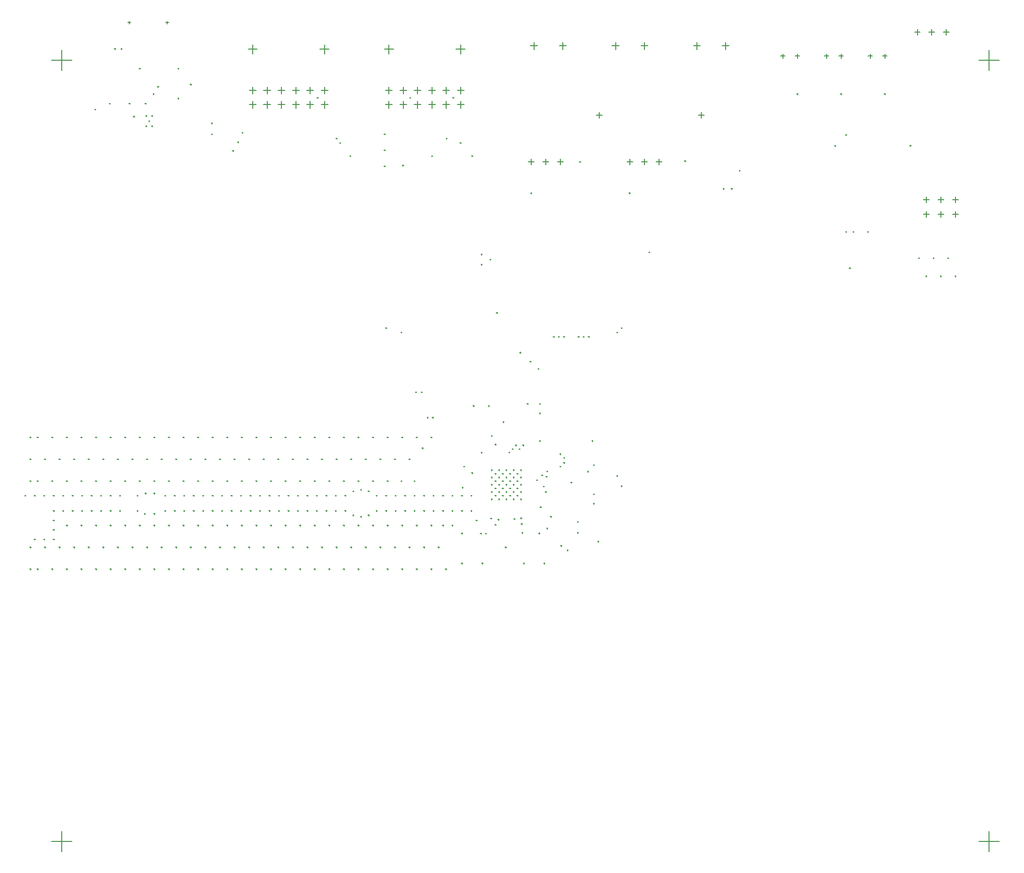
<source format=gbr>
G04*
G04 #@! TF.GenerationSoftware,Altium Limited,Altium Designer,23.2.1 (34)*
G04*
G04 Layer_Color=128*
%FSLAX44Y44*%
%MOMM*%
G71*
G04*
G04 #@! TF.SameCoordinates,B8F3427F-0302-4C4C-BDD2-04FEC27F4463*
G04*
G04*
G04 #@! TF.FilePolarity,Positive*
G04*
G01*
G75*
%ADD15C,0.1270*%
D15*
X947801Y1468120D02*
X959739D01*
X953770Y1462151D02*
Y1474089D01*
X897763Y1468120D02*
X909701D01*
X903732Y1462151D02*
Y1474089D01*
X1090041Y1468120D02*
X1101979D01*
X1096010Y1462151D02*
Y1474089D01*
X1040003Y1468120D02*
X1051941D01*
X1045972Y1462151D02*
Y1474089D01*
X1181481Y1468120D02*
X1193419D01*
X1187450Y1462151D02*
Y1474089D01*
X1231519Y1468120D02*
X1243457D01*
X1237488Y1462151D02*
Y1474089D01*
X768040Y1462450D02*
X784040D01*
X776040Y1454450D02*
Y1470450D01*
X643040Y1462450D02*
X659040D01*
X651040Y1454450D02*
Y1470450D01*
X770040Y1390650D02*
X782040D01*
X776040Y1384650D02*
Y1396650D01*
X745040Y1390650D02*
X757040D01*
X751040Y1384650D02*
Y1396650D01*
X720040Y1390650D02*
X732040D01*
X726040Y1384650D02*
Y1396650D01*
X695040Y1390650D02*
X707040D01*
X701040Y1384650D02*
Y1396650D01*
X670040Y1390650D02*
X682040D01*
X676040Y1384650D02*
Y1396650D01*
X645040Y1390650D02*
X657040D01*
X651040Y1384650D02*
Y1396650D01*
X770040Y1365650D02*
X782040D01*
X776040Y1359650D02*
Y1371650D01*
X745040Y1365650D02*
X757040D01*
X751040Y1359650D02*
Y1371650D01*
X720040Y1365650D02*
X732040D01*
X726040Y1359650D02*
Y1371650D01*
X695040Y1365650D02*
X707040D01*
X701040Y1359650D02*
Y1371650D01*
X670040Y1365650D02*
X682040D01*
X676040Y1359650D02*
Y1371650D01*
X645040Y1365650D02*
X657040D01*
X651040Y1359650D02*
Y1371650D01*
X894160Y1266190D02*
X904160D01*
X899160Y1261190D02*
Y1271190D01*
X919560Y1266190D02*
X929560D01*
X924560Y1261190D02*
Y1271190D01*
X944960Y1266190D02*
X954960D01*
X949960Y1261190D02*
Y1271190D01*
X1582420Y1200150D02*
X1592580D01*
X1587500Y1195070D02*
Y1205230D01*
X1607820Y1200150D02*
X1617980D01*
X1612900Y1195070D02*
Y1205230D01*
X1633220Y1200150D02*
X1643380D01*
X1638300Y1195070D02*
Y1205230D01*
X1633220Y1174750D02*
X1643380D01*
X1638300Y1169670D02*
Y1179830D01*
X1607820Y1174750D02*
X1617980D01*
X1612900Y1169670D02*
Y1179830D01*
X1582420Y1174750D02*
X1592580D01*
X1587500Y1169670D02*
Y1179830D01*
X1485710Y1450340D02*
X1493710D01*
X1489710Y1446340D02*
Y1454340D01*
X1511110Y1450340D02*
X1519110D01*
X1515110Y1446340D02*
Y1454340D01*
X1409510Y1450340D02*
X1417510D01*
X1413510Y1446340D02*
Y1454340D01*
X1434910Y1450340D02*
X1442910D01*
X1438910Y1446340D02*
Y1454340D01*
X1333310Y1450340D02*
X1341310D01*
X1337310Y1446340D02*
Y1454340D01*
X1358710Y1450340D02*
X1366710D01*
X1362710Y1446340D02*
Y1454340D01*
X1616790Y1492250D02*
X1626790D01*
X1621790Y1487250D02*
Y1497250D01*
X1591790Y1492250D02*
X1601790D01*
X1596790Y1487250D02*
Y1497250D01*
X1566790Y1492250D02*
X1576790D01*
X1571790Y1487250D02*
Y1497250D01*
X1116410Y1266190D02*
X1126410D01*
X1121410Y1261190D02*
Y1271190D01*
X1091010Y1266190D02*
X1101010D01*
X1096010Y1261190D02*
Y1271190D01*
X1065610Y1266190D02*
X1075610D01*
X1070610Y1261190D02*
Y1271190D01*
X1012270Y1347470D02*
X1022270D01*
X1017270Y1342470D02*
Y1352470D01*
X1190070Y1347470D02*
X1200070D01*
X1195070Y1342470D02*
Y1352470D01*
X407950Y1365650D02*
X419950D01*
X413950Y1359650D02*
Y1371650D01*
X432950Y1365650D02*
X444950D01*
X438950Y1359650D02*
Y1371650D01*
X457950Y1365650D02*
X469950D01*
X463950Y1359650D02*
Y1371650D01*
X482950Y1365650D02*
X494950D01*
X488950Y1359650D02*
Y1371650D01*
X507950Y1365650D02*
X519950D01*
X513950Y1359650D02*
Y1371650D01*
X532950Y1365650D02*
X544950D01*
X538950Y1359650D02*
Y1371650D01*
X407950Y1390650D02*
X419950D01*
X413950Y1384650D02*
Y1396650D01*
X432950Y1390650D02*
X444950D01*
X438950Y1384650D02*
Y1396650D01*
X457950Y1390650D02*
X469950D01*
X463950Y1384650D02*
Y1396650D01*
X482950Y1390650D02*
X494950D01*
X488950Y1384650D02*
Y1396650D01*
X507950Y1390650D02*
X519950D01*
X513950Y1384650D02*
Y1396650D01*
X532950Y1390650D02*
X544950D01*
X538950Y1384650D02*
Y1396650D01*
X405950Y1462450D02*
X421950D01*
X413950Y1454450D02*
Y1470450D01*
X530950Y1462450D02*
X546950D01*
X538950Y1454450D02*
Y1470450D01*
X196210Y1508760D02*
X201210D01*
X198710Y1506260D02*
Y1511260D01*
X262210Y1508760D02*
X267210D01*
X264710Y1506260D02*
Y1511260D01*
X1678940Y81280D02*
X1714500D01*
X1696720Y63500D02*
Y99060D01*
X1678940Y1442720D02*
X1714500D01*
X1696720Y1424940D02*
Y1460500D01*
X63500Y1442720D02*
X99060D01*
X81280Y1424940D02*
Y1460500D01*
X63500Y81280D02*
X99060D01*
X81280Y63500D02*
Y99060D01*
X924814Y717550D02*
X926846D01*
X925830Y716534D02*
Y718566D01*
X260604Y684530D02*
X262636D01*
X261620Y683514D02*
Y685546D01*
X33274Y608330D02*
X35306D01*
X34290Y607314D02*
Y609346D01*
X25654Y709930D02*
X27686D01*
X26670Y708914D02*
Y710946D01*
X25654Y786130D02*
X27686D01*
X26670Y785114D02*
Y787146D01*
X781304Y735330D02*
X783336D01*
X782320Y734314D02*
Y736346D01*
X1261364Y1250950D02*
X1263396D01*
X1262380Y1249934D02*
Y1251966D01*
X1233424Y1219200D02*
X1235456D01*
X1234440Y1218184D02*
Y1220216D01*
X1247394Y1219200D02*
X1249426D01*
X1248410Y1218184D02*
Y1220216D01*
X49784Y608330D02*
X51816D01*
X50800Y607314D02*
Y609346D01*
X66294Y608330D02*
X68326D01*
X67310Y607314D02*
Y609346D01*
X66294Y624840D02*
X68326D01*
X67310Y623824D02*
Y625856D01*
X181864Y684530D02*
X183896D01*
X182880Y683514D02*
Y685546D01*
X181864Y657860D02*
X183896D01*
X182880Y656844D02*
Y658876D01*
X165354Y684530D02*
X167386D01*
X166370Y683514D02*
Y685546D01*
X165354Y657860D02*
X167386D01*
X166370Y656844D02*
Y658876D01*
X16764Y684530D02*
X18796D01*
X17780Y683514D02*
Y685546D01*
X82804Y657860D02*
X84836D01*
X83820Y656844D02*
Y658876D01*
X82804Y684530D02*
X84836D01*
X83820Y683514D02*
Y685546D01*
X66294Y684530D02*
X68326D01*
X67310Y683514D02*
Y685546D01*
X66294Y657860D02*
X68326D01*
X67310Y656844D02*
Y658876D01*
X33274Y684530D02*
X35306D01*
X34290Y683514D02*
Y685546D01*
X49784Y684530D02*
X51816D01*
X50800Y683514D02*
Y685546D01*
X115824Y657860D02*
X117856D01*
X116840Y656844D02*
Y658876D01*
X115824Y684530D02*
X117856D01*
X116840Y683514D02*
Y685546D01*
X99314Y684530D02*
X101346D01*
X100330Y683514D02*
Y685546D01*
X99314Y657860D02*
X101346D01*
X100330Y656844D02*
Y658876D01*
X132334Y657860D02*
X134366D01*
X133350Y656844D02*
Y658876D01*
X132334Y684530D02*
X134366D01*
X133350Y683514D02*
Y685546D01*
X148844Y684530D02*
X150876D01*
X149860Y683514D02*
Y685546D01*
X148844Y657860D02*
X150876D01*
X149860Y656844D02*
Y658876D01*
X708914Y767080D02*
X710946D01*
X709930Y766064D02*
Y768096D01*
X698754Y786130D02*
X700786D01*
X699770Y785114D02*
Y787146D01*
X724154Y786130D02*
X726186D01*
X725170Y785114D02*
Y787146D01*
X749554Y556260D02*
X751586D01*
X750570Y555244D02*
Y557276D01*
X25654Y556260D02*
X27686D01*
X26670Y555244D02*
Y557276D01*
X25654Y594360D02*
X27686D01*
X26670Y593344D02*
Y595376D01*
X38354Y709930D02*
X40386D01*
X39370Y708914D02*
Y710946D01*
X63754Y709930D02*
X65786D01*
X64770Y708914D02*
Y710946D01*
X89154Y709930D02*
X91186D01*
X90170Y708914D02*
Y710946D01*
X165354Y709930D02*
X167386D01*
X166370Y708914D02*
Y710946D01*
X114554Y709930D02*
X116586D01*
X115570Y708914D02*
Y710946D01*
X139954Y709930D02*
X141986D01*
X140970Y708914D02*
Y710946D01*
X647954Y556260D02*
X649986D01*
X648970Y555244D02*
Y557276D01*
X698754Y556260D02*
X700786D01*
X699770Y555244D02*
Y557276D01*
X673354Y556260D02*
X675386D01*
X674370Y555244D02*
Y557276D01*
X571754Y556260D02*
X573786D01*
X572770Y555244D02*
Y557276D01*
X597154Y556260D02*
X599186D01*
X598170Y555244D02*
Y557276D01*
X622554Y556260D02*
X624586D01*
X623570Y555244D02*
Y557276D01*
X546354Y556260D02*
X548386D01*
X547370Y555244D02*
Y557276D01*
X520954Y556260D02*
X522986D01*
X521970Y555244D02*
Y557276D01*
X114554Y556260D02*
X116586D01*
X115570Y555244D02*
Y557276D01*
X89154Y556260D02*
X91186D01*
X90170Y555244D02*
Y557276D01*
X63754Y556260D02*
X65786D01*
X64770Y555244D02*
Y557276D01*
X38354Y556260D02*
X40386D01*
X39370Y555244D02*
Y557276D01*
X139954Y556260D02*
X141986D01*
X140970Y555244D02*
Y557276D01*
X444754Y556260D02*
X446786D01*
X445770Y555244D02*
Y557276D01*
X419354Y556260D02*
X421386D01*
X420370Y555244D02*
Y557276D01*
X470154Y556260D02*
X472186D01*
X471170Y555244D02*
Y557276D01*
X495554Y556260D02*
X497586D01*
X496570Y555244D02*
Y557276D01*
X393954Y556260D02*
X395986D01*
X394970Y555244D02*
Y557276D01*
X368554Y556260D02*
X370586D01*
X369570Y555244D02*
Y557276D01*
X343154Y556260D02*
X345186D01*
X344170Y555244D02*
Y557276D01*
X317754Y556260D02*
X319786D01*
X318770Y555244D02*
Y557276D01*
X266954Y556260D02*
X268986D01*
X267970Y555244D02*
Y557276D01*
X241554Y556260D02*
X243586D01*
X242570Y555244D02*
Y557276D01*
X190754Y556260D02*
X192786D01*
X191770Y555244D02*
Y557276D01*
X216154Y556260D02*
X218186D01*
X217170Y555244D02*
Y557276D01*
X165354Y556260D02*
X167386D01*
X166370Y555244D02*
Y557276D01*
X292354Y556260D02*
X294386D01*
X293370Y555244D02*
Y557276D01*
X165354Y632460D02*
X167386D01*
X166370Y631444D02*
Y633476D01*
X139954Y632460D02*
X141986D01*
X140970Y631444D02*
Y633476D01*
X114554Y632460D02*
X116586D01*
X115570Y631444D02*
Y633476D01*
X89154Y632460D02*
X91186D01*
X90170Y631444D02*
Y633476D01*
X66294Y641350D02*
X68326D01*
X67310Y640334D02*
Y642366D01*
X101854Y594360D02*
X103886D01*
X102870Y593344D02*
Y595376D01*
X76454Y594360D02*
X78486D01*
X77470Y593344D02*
Y595376D01*
X51054Y594360D02*
X53086D01*
X52070Y593344D02*
Y595376D01*
X178054Y594360D02*
X180086D01*
X179070Y593344D02*
Y595376D01*
X152654Y594360D02*
X154686D01*
X153670Y593344D02*
Y595376D01*
X127254Y594360D02*
X129286D01*
X128270Y593344D02*
Y595376D01*
X760984Y632460D02*
X763016D01*
X762000Y631444D02*
Y633476D01*
X744474Y632460D02*
X746506D01*
X745490Y631444D02*
Y633476D01*
X419354Y632460D02*
X421386D01*
X420370Y631444D02*
Y633476D01*
X444754Y632460D02*
X446786D01*
X445770Y631444D02*
Y633476D01*
X470154Y632460D02*
X472186D01*
X471170Y631444D02*
Y633476D01*
X495554Y632460D02*
X497586D01*
X496570Y631444D02*
Y633476D01*
X190754Y632460D02*
X192786D01*
X191770Y631444D02*
Y633476D01*
X216154Y632460D02*
X218186D01*
X217170Y631444D02*
Y633476D01*
X241554Y632460D02*
X243586D01*
X242570Y631444D02*
Y633476D01*
X266954Y632460D02*
X268986D01*
X267970Y631444D02*
Y633476D01*
X292354Y632460D02*
X294386D01*
X293370Y631444D02*
Y633476D01*
X393954Y632460D02*
X395986D01*
X394970Y631444D02*
Y633476D01*
X368554Y632460D02*
X370586D01*
X369570Y631444D02*
Y633476D01*
X317754Y632460D02*
X319786D01*
X318770Y631444D02*
Y633476D01*
X343154Y632460D02*
X345186D01*
X344170Y631444D02*
Y633476D01*
X520954Y632460D02*
X522986D01*
X521970Y631444D02*
Y633476D01*
X546354Y632460D02*
X548386D01*
X547370Y631444D02*
Y633476D01*
X622554Y632460D02*
X624586D01*
X623570Y631444D02*
Y633476D01*
X571754Y632460D02*
X573786D01*
X572770Y631444D02*
Y633476D01*
X597154Y632460D02*
X599186D01*
X598170Y631444D02*
Y633476D01*
X724154Y632460D02*
X726186D01*
X725170Y631444D02*
Y633476D01*
X647954Y632460D02*
X649986D01*
X648970Y631444D02*
Y633476D01*
X698754Y632460D02*
X700786D01*
X699770Y631444D02*
Y633476D01*
X673354Y632460D02*
X675386D01*
X674370Y631444D02*
Y633476D01*
X777494Y657860D02*
X779526D01*
X778510Y656844D02*
Y658876D01*
X777494Y684530D02*
X779526D01*
X778510Y683514D02*
Y685546D01*
X240284Y1384300D02*
X242316D01*
X241300Y1383284D02*
Y1385316D01*
X853694Y594360D02*
X855726D01*
X854710Y593344D02*
Y595376D01*
X882904Y619760D02*
X884936D01*
X883920Y618744D02*
Y620776D01*
X184404Y1463040D02*
X186436D01*
X185420Y1462024D02*
Y1464056D01*
X172974Y1463040D02*
X175006D01*
X173990Y1462024D02*
Y1464056D01*
X642874Y1258570D02*
X644906D01*
X643890Y1257554D02*
Y1259586D01*
X642874Y1314450D02*
X644906D01*
X643890Y1313434D02*
Y1315466D01*
X642874Y1286510D02*
X644906D01*
X643890Y1285494D02*
Y1287526D01*
X1514094Y1384300D02*
X1516126D01*
X1515110Y1383284D02*
Y1385316D01*
X1437894Y1384300D02*
X1439926D01*
X1438910Y1383284D02*
Y1385316D01*
X1361694Y1384300D02*
X1363726D01*
X1362710Y1383284D02*
Y1385316D01*
X1166114Y1267460D02*
X1168146D01*
X1167130Y1266444D02*
Y1268476D01*
X983234Y1266190D02*
X985266D01*
X984250Y1265174D02*
Y1267206D01*
X762254Y1377950D02*
X764286D01*
X763270Y1376934D02*
Y1378966D01*
X687324Y1377950D02*
X689356D01*
X688340Y1376934D02*
Y1378966D01*
X526018Y1378069D02*
X528050D01*
X527034Y1377053D02*
Y1379085D01*
X232664Y1337310D02*
X234696D01*
X233680Y1336294D02*
Y1338326D01*
X227584Y1328420D02*
X229616D01*
X228600Y1327404D02*
Y1329436D01*
X237744Y1346200D02*
X239776D01*
X238760Y1345184D02*
Y1347216D01*
X341884Y1314450D02*
X343916D01*
X342900Y1313434D02*
Y1315466D01*
X341884Y1333500D02*
X343916D01*
X342900Y1332484D02*
Y1334516D01*
X283464Y1428750D02*
X285496D01*
X284480Y1427734D02*
Y1429766D01*
X216154Y1428750D02*
X218186D01*
X217170Y1427734D02*
Y1429766D01*
X1637284Y1066800D02*
X1639316D01*
X1638300Y1065784D02*
Y1067816D01*
X1611884Y1066800D02*
X1613916D01*
X1612900Y1065784D02*
Y1067816D01*
X1586484Y1066800D02*
X1588516D01*
X1587500Y1065784D02*
Y1067816D01*
X1446784Y1313180D02*
X1448816D01*
X1447800Y1312164D02*
Y1314196D01*
X1427734Y1294130D02*
X1429766D01*
X1428750Y1293114D02*
Y1295146D01*
X1484884Y1144270D02*
X1486916D01*
X1485900Y1143254D02*
Y1145286D01*
X1459484Y1144270D02*
X1461516D01*
X1460500Y1143254D02*
Y1145286D01*
X1446784Y1144270D02*
X1448816D01*
X1447800Y1143254D02*
Y1145286D01*
X921004Y566420D02*
X923036D01*
X922020Y565404D02*
Y567436D01*
X885444Y566420D02*
X887476D01*
X886460Y565404D02*
Y567436D01*
X813054Y566420D02*
X815086D01*
X814070Y565404D02*
Y567436D01*
X777494Y566420D02*
X779526D01*
X778510Y565404D02*
Y567436D01*
X979424Y638810D02*
X981456D01*
X980440Y637794D02*
Y639826D01*
X926084Y627380D02*
X928116D01*
X927100Y626364D02*
Y628396D01*
X950214Y596900D02*
X952246D01*
X951230Y595884D02*
Y597916D01*
X1007364Y737870D02*
X1009396D01*
X1008380Y736854D02*
Y738886D01*
X967994Y707390D02*
X970026D01*
X969010Y706374D02*
Y708406D01*
X1007364Y687070D02*
X1009396D01*
X1008380Y686054D02*
Y688086D01*
X1007364Y670560D02*
X1009396D01*
X1008380Y669544D02*
Y671576D01*
X913384Y844550D02*
X915416D01*
X914400Y843534D02*
Y845566D01*
X891794Y844550D02*
X893826D01*
X892810Y843534D02*
Y845566D01*
X913384Y828040D02*
X915416D01*
X914400Y827024D02*
Y829056D01*
X849884Y812800D02*
X851916D01*
X850900Y811784D02*
Y813816D01*
X829564Y788670D02*
X831596D01*
X830580Y787654D02*
Y789686D01*
X824484Y840740D02*
X826516D01*
X825500Y839724D02*
Y841756D01*
X797814Y840740D02*
X799846D01*
X798830Y839724D02*
Y841756D01*
X910844Y905510D02*
X912876D01*
X911860Y904494D02*
Y906526D01*
X896874Y918210D02*
X898906D01*
X897890Y917194D02*
Y919226D01*
X25654Y748030D02*
X27686D01*
X26670Y747014D02*
Y749046D01*
X717804Y820420D02*
X719836D01*
X718820Y819404D02*
Y821436D01*
X101854Y748030D02*
X103886D01*
X102870Y747014D02*
Y749046D01*
X127254Y748030D02*
X129286D01*
X128270Y747014D02*
Y749046D01*
X76454Y748030D02*
X78486D01*
X77470Y747014D02*
Y749046D01*
X51054Y748030D02*
X53086D01*
X52070Y747014D02*
Y749046D01*
X178054Y748030D02*
X180086D01*
X179070Y747014D02*
Y749046D01*
X152654Y748030D02*
X154686D01*
X153670Y747014D02*
Y749046D01*
X694944Y709930D02*
X696976D01*
X695960Y708914D02*
Y710946D01*
X190754Y709930D02*
X192786D01*
X191770Y708914D02*
Y710946D01*
X470154Y709930D02*
X472186D01*
X471170Y708914D02*
Y710946D01*
X495554Y709930D02*
X497586D01*
X496570Y708914D02*
Y710946D01*
X444754Y709930D02*
X446786D01*
X445770Y708914D02*
Y710946D01*
X419354Y709930D02*
X421386D01*
X420370Y708914D02*
Y710946D01*
X546354Y709930D02*
X548386D01*
X547370Y708914D02*
Y710946D01*
X520954Y709930D02*
X522986D01*
X521970Y708914D02*
Y710946D01*
X317754Y709930D02*
X319786D01*
X318770Y708914D02*
Y710946D01*
X292354Y709930D02*
X294386D01*
X293370Y708914D02*
Y710946D01*
X343154Y709930D02*
X345186D01*
X344170Y708914D02*
Y710946D01*
X368554Y709930D02*
X370586D01*
X369570Y708914D02*
Y710946D01*
X393954Y709930D02*
X395986D01*
X394970Y708914D02*
Y710946D01*
X266954Y709930D02*
X268986D01*
X267970Y708914D02*
Y710946D01*
X241554Y709930D02*
X243586D01*
X242570Y708914D02*
Y710946D01*
X216154Y709930D02*
X218186D01*
X217170Y708914D02*
Y710946D01*
X622554Y709930D02*
X624586D01*
X623570Y708914D02*
Y710946D01*
X597154Y709930D02*
X599186D01*
X598170Y708914D02*
Y710946D01*
X571754Y709930D02*
X573786D01*
X572770Y708914D02*
Y710946D01*
X647954Y709930D02*
X649986D01*
X648970Y708914D02*
Y710946D01*
X673354Y786130D02*
X675386D01*
X674370Y785114D02*
Y787146D01*
X647954Y786130D02*
X649986D01*
X648970Y785114D02*
Y787146D01*
X571754Y786130D02*
X573786D01*
X572770Y785114D02*
Y787146D01*
X597154Y786130D02*
X599186D01*
X598170Y785114D02*
Y787146D01*
X622554Y786130D02*
X624586D01*
X623570Y785114D02*
Y787146D01*
X216154Y786130D02*
X218186D01*
X217170Y785114D02*
Y787146D01*
X241554Y786130D02*
X243586D01*
X242570Y785114D02*
Y787146D01*
X266954Y786130D02*
X268986D01*
X267970Y785114D02*
Y787146D01*
X393954Y786130D02*
X395986D01*
X394970Y785114D02*
Y787146D01*
X368554Y786130D02*
X370586D01*
X369570Y785114D02*
Y787146D01*
X343154Y786130D02*
X345186D01*
X344170Y785114D02*
Y787146D01*
X292354Y786130D02*
X294386D01*
X293370Y785114D02*
Y787146D01*
X317754Y786130D02*
X319786D01*
X318770Y785114D02*
Y787146D01*
X520954Y786130D02*
X522986D01*
X521970Y785114D02*
Y787146D01*
X546354Y786130D02*
X548386D01*
X547370Y785114D02*
Y787146D01*
X419354Y786130D02*
X421386D01*
X420370Y785114D02*
Y787146D01*
X444754Y786130D02*
X446786D01*
X445770Y785114D02*
Y787146D01*
X495554Y786130D02*
X497586D01*
X496570Y785114D02*
Y787146D01*
X470154Y786130D02*
X472186D01*
X471170Y785114D02*
Y787146D01*
X190754Y786130D02*
X192786D01*
X191770Y785114D02*
Y787146D01*
X165354Y786130D02*
X167386D01*
X166370Y785114D02*
Y787146D01*
X38354Y786130D02*
X40386D01*
X39370Y785114D02*
Y787146D01*
X139954Y786130D02*
X141986D01*
X140970Y785114D02*
Y787146D01*
X63754Y786130D02*
X65786D01*
X64770Y785114D02*
Y787146D01*
X89154Y786130D02*
X91186D01*
X90170Y785114D02*
Y787146D01*
X114554Y786130D02*
X116586D01*
X115570Y785114D02*
Y787146D01*
X778764Y698500D02*
X780796D01*
X779780Y697484D02*
Y699516D01*
X724154Y556260D02*
X726186D01*
X725170Y555244D02*
Y557276D01*
X997204Y726440D02*
X999236D01*
X998220Y725424D02*
Y727456D01*
X138684Y1357630D02*
X140716D01*
X139700Y1356614D02*
Y1358646D01*
X164084Y1367790D02*
X166116D01*
X165100Y1366774D02*
Y1368806D01*
X203454Y748030D02*
X205486D01*
X204470Y747014D02*
Y749046D01*
X228854Y748030D02*
X230886D01*
X229870Y747014D02*
Y749046D01*
X203454Y594360D02*
X205486D01*
X204470Y593344D02*
Y595376D01*
X228854Y594360D02*
X230886D01*
X229870Y593344D02*
Y595376D01*
X254254Y748030D02*
X256286D01*
X255270Y747014D02*
Y749046D01*
X279654Y748030D02*
X281686D01*
X280670Y747014D02*
Y749046D01*
X330454Y748030D02*
X332486D01*
X331470Y747014D02*
Y749046D01*
X305054Y748030D02*
X307086D01*
X306070Y747014D02*
Y749046D01*
X406654Y748030D02*
X408686D01*
X407670Y747014D02*
Y749046D01*
X432054Y748030D02*
X434086D01*
X433070Y747014D02*
Y749046D01*
X381254Y748030D02*
X383286D01*
X382270Y747014D02*
Y749046D01*
X355854Y748030D02*
X357886D01*
X356870Y747014D02*
Y749046D01*
X508254Y748030D02*
X510286D01*
X509270Y747014D02*
Y749046D01*
X533654Y748030D02*
X535686D01*
X534670Y747014D02*
Y749046D01*
X482854Y748030D02*
X484886D01*
X483870Y747014D02*
Y749046D01*
X457454Y748030D02*
X459486D01*
X458470Y747014D02*
Y749046D01*
X609854Y748030D02*
X611886D01*
X610870Y747014D02*
Y749046D01*
X635254Y748030D02*
X637286D01*
X636270Y747014D02*
Y749046D01*
X584454Y748030D02*
X586486D01*
X585470Y747014D02*
Y749046D01*
X559054Y748030D02*
X561086D01*
X560070Y747014D02*
Y749046D01*
X672084Y709930D02*
X674116D01*
X673100Y708914D02*
Y710946D01*
X686054Y748030D02*
X688086D01*
X687070Y747014D02*
Y749046D01*
X660654Y748030D02*
X662686D01*
X661670Y747014D02*
Y749046D01*
X660654Y594360D02*
X662686D01*
X661670Y593344D02*
Y595376D01*
X686054Y594360D02*
X688086D01*
X687070Y593344D02*
Y595376D01*
X736854Y594360D02*
X738886D01*
X737870Y593344D02*
Y595376D01*
X711454Y594360D02*
X713486D01*
X712470Y593344D02*
Y595376D01*
X559054Y594360D02*
X561086D01*
X560070Y593344D02*
Y595376D01*
X584454Y594360D02*
X586486D01*
X585470Y593344D02*
Y595376D01*
X635254Y594360D02*
X637286D01*
X636270Y593344D02*
Y595376D01*
X609854Y594360D02*
X611886D01*
X610870Y593344D02*
Y595376D01*
X457454Y594360D02*
X459486D01*
X458470Y593344D02*
Y595376D01*
X482854Y594360D02*
X484886D01*
X483870Y593344D02*
Y595376D01*
X533654Y594360D02*
X535686D01*
X534670Y593344D02*
Y595376D01*
X508254Y594360D02*
X510286D01*
X509270Y593344D02*
Y595376D01*
X355854Y594360D02*
X357886D01*
X356870Y593344D02*
Y595376D01*
X381254Y594360D02*
X383286D01*
X382270Y593344D02*
Y595376D01*
X432054Y594360D02*
X434086D01*
X433070Y593344D02*
Y595376D01*
X406654Y594360D02*
X408686D01*
X407670Y593344D02*
Y595376D01*
X305054Y594360D02*
X307086D01*
X306070Y593344D02*
Y595376D01*
X330454Y594360D02*
X332486D01*
X331470Y593344D02*
Y595376D01*
X279654Y594360D02*
X281686D01*
X280670Y593344D02*
Y595376D01*
X254254Y594360D02*
X256286D01*
X255270Y593344D02*
Y595376D01*
X226314Y688340D02*
X228346D01*
X227330Y687324D02*
Y689356D01*
X241554Y688340D02*
X243586D01*
X242570Y687324D02*
Y689356D01*
X241554Y652780D02*
X243586D01*
X242570Y651764D02*
Y653796D01*
X225044Y652780D02*
X227076D01*
X226060Y651764D02*
Y653796D01*
X212344Y657860D02*
X214376D01*
X213360Y656844D02*
Y658876D01*
X212344Y684530D02*
X214376D01*
X213360Y683514D02*
Y685546D01*
X392684Y657860D02*
X394716D01*
X393700Y656844D02*
Y658876D01*
X392684Y684530D02*
X394716D01*
X393700Y683514D02*
Y685546D01*
X376174Y684530D02*
X378206D01*
X377190Y683514D02*
Y685546D01*
X376174Y657860D02*
X378206D01*
X377190Y656844D02*
Y658876D01*
X343154Y657860D02*
X345186D01*
X344170Y656844D02*
Y658876D01*
X343154Y684530D02*
X345186D01*
X344170Y683514D02*
Y685546D01*
X359664Y684530D02*
X361696D01*
X360680Y683514D02*
Y685546D01*
X359664Y657860D02*
X361696D01*
X360680Y656844D02*
Y658876D01*
X293624Y657860D02*
X295656D01*
X294640Y656844D02*
Y658876D01*
X293624Y684530D02*
X295656D01*
X294640Y683514D02*
Y685546D01*
X277114Y684530D02*
X279146D01*
X278130Y683514D02*
Y685546D01*
X277114Y657860D02*
X279146D01*
X278130Y656844D02*
Y658876D01*
X310134Y657860D02*
X312166D01*
X311150Y656844D02*
Y658876D01*
X310134Y684530D02*
X312166D01*
X311150Y683514D02*
Y685546D01*
X326644Y684530D02*
X328676D01*
X327660Y683514D02*
Y685546D01*
X326644Y657860D02*
X328676D01*
X327660Y656844D02*
Y658876D01*
X260604Y657860D02*
X262636D01*
X261620Y656844D02*
Y658876D01*
X574294Y657860D02*
X576326D01*
X575310Y656844D02*
Y658876D01*
X574294Y684530D02*
X576326D01*
X575310Y683514D02*
Y685546D01*
X557784Y684530D02*
X559816D01*
X558800Y683514D02*
Y685546D01*
X557784Y657860D02*
X559816D01*
X558800Y656844D02*
Y658876D01*
X524764Y657860D02*
X526796D01*
X525780Y656844D02*
Y658876D01*
X524764Y684530D02*
X526796D01*
X525780Y683514D02*
Y685546D01*
X541274Y684530D02*
X543306D01*
X542290Y683514D02*
Y685546D01*
X541274Y657860D02*
X543306D01*
X542290Y656844D02*
Y658876D01*
X475234Y657860D02*
X477266D01*
X476250Y656844D02*
Y658876D01*
X475234Y684530D02*
X477266D01*
X476250Y683514D02*
Y685546D01*
X458724Y684530D02*
X460756D01*
X459740Y683514D02*
Y685546D01*
X458724Y657860D02*
X460756D01*
X459740Y656844D02*
Y658876D01*
X491744Y657860D02*
X493776D01*
X492760Y656844D02*
Y658876D01*
X491744Y684530D02*
X493776D01*
X492760Y683514D02*
Y685546D01*
X508254Y684530D02*
X510286D01*
X509270Y683514D02*
Y685546D01*
X508254Y657860D02*
X510286D01*
X509270Y656844D02*
Y658876D01*
X409194Y657860D02*
X411226D01*
X410210Y656844D02*
Y658876D01*
X409194Y684530D02*
X411226D01*
X410210Y683514D02*
Y685546D01*
X425704Y657860D02*
X427736D01*
X426720Y656844D02*
Y658876D01*
X425704Y684530D02*
X427736D01*
X426720Y683514D02*
Y685546D01*
X442214Y684530D02*
X444246D01*
X443230Y683514D02*
Y685546D01*
X442214Y657860D02*
X444246D01*
X443230Y656844D02*
Y658876D01*
X661924Y657860D02*
X663956D01*
X662940Y656844D02*
Y658876D01*
X661924Y684530D02*
X663956D01*
X662940Y683514D02*
Y685546D01*
X645414Y684530D02*
X647446D01*
X646430Y683514D02*
Y685546D01*
X645414Y657860D02*
X647446D01*
X646430Y656844D02*
Y658876D01*
X628904Y684530D02*
X630936D01*
X629920Y683514D02*
Y685546D01*
X628904Y657860D02*
X630936D01*
X629920Y656844D02*
Y658876D01*
X727964Y657860D02*
X729996D01*
X728980Y656844D02*
Y658876D01*
X727964Y684530D02*
X729996D01*
X728980Y683514D02*
Y685546D01*
X711454Y684530D02*
X713486D01*
X712470Y683514D02*
Y685546D01*
X711454Y657860D02*
X713486D01*
X712470Y656844D02*
Y658876D01*
X678434Y657860D02*
X680466D01*
X679450Y656844D02*
Y658876D01*
X678434Y684530D02*
X680466D01*
X679450Y683514D02*
Y685546D01*
X694944Y684530D02*
X696976D01*
X695960Y683514D02*
Y685546D01*
X694944Y657860D02*
X696976D01*
X695960Y656844D02*
Y658876D01*
X760984Y657860D02*
X763016D01*
X762000Y656844D02*
Y658876D01*
X760984Y684530D02*
X763016D01*
X762000Y683514D02*
Y685546D01*
X744474Y684530D02*
X746506D01*
X745490Y683514D02*
Y685546D01*
X744474Y657860D02*
X746506D01*
X745490Y656844D02*
Y658876D01*
X794004Y684530D02*
X796036D01*
X795020Y683514D02*
Y685546D01*
X794004Y657860D02*
X796036D01*
X795020Y656844D02*
Y658876D01*
X802894Y641350D02*
X804926D01*
X803910Y640334D02*
Y642366D01*
X614934Y691896D02*
X616966D01*
X615950Y690880D02*
Y692912D01*
X601524Y694436D02*
X603556D01*
X602540Y693420D02*
Y695452D01*
X614934Y650240D02*
X616966D01*
X615950Y649224D02*
Y651256D01*
X601524Y647700D02*
X603556D01*
X602540Y646684D02*
Y648716D01*
X588264Y691896D02*
X590296D01*
X589280Y690880D02*
Y692912D01*
X588264Y650240D02*
X590296D01*
X589280Y649224D02*
Y651256D01*
X1004824Y779780D02*
X1006856D01*
X1005840Y778764D02*
Y780796D01*
X932434Y647700D02*
X934466D01*
X933450Y646684D02*
Y648716D01*
X914654Y664464D02*
X916686D01*
X915670Y663448D02*
Y665480D01*
X913384Y779780D02*
X915416D01*
X914400Y778764D02*
Y780796D01*
X880110Y645160D02*
X882650D01*
X881380Y643890D02*
Y646430D01*
X881634Y635000D02*
X883666D01*
X882650Y633984D02*
Y636016D01*
X868934Y643890D02*
X870966D01*
X869950Y642874D02*
Y644906D01*
X1055624Y701040D02*
X1057656D01*
X1056640Y700024D02*
Y702056D01*
X1103884Y1108710D02*
X1105916D01*
X1104900Y1107694D02*
Y1109726D01*
X979424Y619760D02*
X981456D01*
X980440Y618744D02*
Y620776D01*
X961644Y589280D02*
X963676D01*
X962660Y588264D02*
Y590296D01*
X1014984Y604520D02*
X1017016D01*
X1016000Y603504D02*
Y605536D01*
X835918Y633734D02*
X837950D01*
X836934Y632718D02*
Y634750D01*
X840994Y642620D02*
X843026D01*
X842010Y641604D02*
Y643636D01*
X911860Y618490D02*
X914400D01*
X913130Y617220D02*
Y619760D01*
X205740Y1344930D02*
X208280D01*
X207010Y1343660D02*
Y1346200D01*
X707644Y864870D02*
X709676D01*
X708660Y863854D02*
Y865886D01*
X645414Y976630D02*
X647446D01*
X646430Y975614D02*
Y977646D01*
X672084Y969010D02*
X674116D01*
X673100Y967994D02*
Y970026D01*
X980694Y961390D02*
X982726D01*
X981710Y960374D02*
Y962406D01*
X1048004Y969010D02*
X1050036D01*
X1049020Y967994D02*
Y970026D01*
X1055624Y976630D02*
X1057656D01*
X1056640Y975614D02*
Y977646D01*
X1048004Y718820D02*
X1050036D01*
X1049020Y717804D02*
Y719836D01*
X237744Y1328420D02*
X239776D01*
X238760Y1327404D02*
Y1329436D01*
X227584Y1346200D02*
X229616D01*
X228600Y1345184D02*
Y1347216D01*
X874014Y684530D02*
X876046D01*
X875030Y683514D02*
Y685546D01*
X874014Y709930D02*
X876046D01*
X875030Y708914D02*
Y710946D01*
X874014Y697230D02*
X876046D01*
X875030Y696214D02*
Y698246D01*
X874014Y722630D02*
X876046D01*
X875030Y721614D02*
Y723646D01*
X861314Y684530D02*
X863346D01*
X862330Y683514D02*
Y685546D01*
X861314Y709930D02*
X863346D01*
X862330Y708914D02*
Y710946D01*
X861314Y697230D02*
X863346D01*
X862330Y696214D02*
Y698246D01*
X861314Y722630D02*
X863346D01*
X862330Y721614D02*
Y723646D01*
X848614Y684530D02*
X850646D01*
X849630Y683514D02*
Y685546D01*
X848614Y709930D02*
X850646D01*
X849630Y708914D02*
Y710946D01*
X848614Y697230D02*
X850646D01*
X849630Y696214D02*
Y698246D01*
X848614Y722630D02*
X850646D01*
X849630Y721614D02*
Y723646D01*
X835914Y684530D02*
X837946D01*
X836930Y683514D02*
Y685546D01*
X835914Y709930D02*
X837946D01*
X836930Y708914D02*
Y710946D01*
X835914Y697230D02*
X837946D01*
X836930Y696214D02*
Y698246D01*
X835914Y722630D02*
X837946D01*
X836930Y721614D02*
Y723646D01*
X867664Y728980D02*
X869696D01*
X868680Y727964D02*
Y729996D01*
X867664Y678180D02*
X869696D01*
X868680Y677164D02*
Y679196D01*
X867664Y703580D02*
X869696D01*
X868680Y702564D02*
Y704596D01*
X867664Y690880D02*
X869696D01*
X868680Y689864D02*
Y691896D01*
X867664Y716280D02*
X869696D01*
X868680Y715264D02*
Y717296D01*
X842264Y728980D02*
X844296D01*
X843280Y727964D02*
Y729996D01*
X842264Y678180D02*
X844296D01*
X843280Y677164D02*
Y679196D01*
X842264Y703580D02*
X844296D01*
X843280Y702564D02*
Y704596D01*
X842264Y690880D02*
X844296D01*
X843280Y689864D02*
Y691896D01*
X842264Y716280D02*
X844296D01*
X843280Y715264D02*
Y717296D01*
X854964Y728980D02*
X856996D01*
X855980Y727964D02*
Y729996D01*
X854964Y678180D02*
X856996D01*
X855980Y677164D02*
Y679196D01*
X854964Y703580D02*
X856996D01*
X855980Y702564D02*
Y704596D01*
X854964Y690880D02*
X856996D01*
X855980Y689864D02*
Y691896D01*
X854964Y716280D02*
X856996D01*
X855980Y715264D02*
Y717296D01*
X880364Y728980D02*
X882396D01*
X881380Y727964D02*
Y729996D01*
X880364Y678180D02*
X882396D01*
X881380Y677164D02*
Y679196D01*
X880364Y703580D02*
X882396D01*
X881380Y702564D02*
Y704596D01*
X880364Y690880D02*
X882396D01*
X881380Y689864D02*
Y691896D01*
X880364Y716280D02*
X882396D01*
X881380Y715264D02*
Y717296D01*
X829564Y716280D02*
X831596D01*
X830580Y715264D02*
Y717296D01*
X829564Y690880D02*
X831596D01*
X830580Y689864D02*
Y691896D01*
X829564Y703580D02*
X831596D01*
X830580Y702564D02*
Y704596D01*
X829564Y678180D02*
X831596D01*
X830580Y677164D02*
Y679196D01*
X829564Y728980D02*
X831596D01*
X830580Y727964D02*
Y729996D01*
X877824Y765810D02*
X879856D01*
X878840Y764794D02*
Y766826D01*
X827024Y1096010D02*
X829056D01*
X828040Y1094994D02*
Y1097026D01*
X811784Y1104900D02*
X813816D01*
X812800Y1103884D02*
Y1105916D01*
X811784Y1087120D02*
X813816D01*
X812800Y1086104D02*
Y1088136D01*
X946404Y961390D02*
X948436D01*
X947420Y960374D02*
Y962406D01*
X565404Y1299210D02*
X567436D01*
X566420Y1298194D02*
Y1300226D01*
X559054Y1306830D02*
X561086D01*
X560070Y1305814D02*
Y1307846D01*
X937514Y961390D02*
X939546D01*
X938530Y960374D02*
Y962406D01*
X955358Y750724D02*
X957390D01*
X956374Y749708D02*
Y751740D01*
X955294Y741680D02*
X957326D01*
X956310Y740664D02*
Y742696D01*
X948944Y735330D02*
X950976D01*
X949960Y734314D02*
Y736346D01*
X948944Y756920D02*
X950976D01*
X949960Y755904D02*
Y757936D01*
X925784Y726690D02*
X927816D01*
X926800Y725674D02*
Y727706D01*
X917194Y720090D02*
X919226D01*
X918210Y719074D02*
Y721106D01*
X955294Y961390D02*
X957326D01*
X956310Y960374D02*
Y962406D01*
X989629Y961345D02*
X991661D01*
X990645Y960329D02*
Y962361D01*
X998519Y961345D02*
X1000551D01*
X999535Y960329D02*
Y962361D01*
X697484Y864870D02*
X699516D01*
X698500Y863854D02*
Y865886D01*
X378714Y1285240D02*
X380746D01*
X379730Y1284224D02*
Y1286256D01*
X395224Y1316990D02*
X397256D01*
X396240Y1315974D02*
Y1318006D01*
X387604Y1300480D02*
X389636D01*
X388620Y1299464D02*
Y1301496D01*
X811784Y759460D02*
X813816D01*
X812800Y758444D02*
Y760476D01*
X919984Y700790D02*
X922016D01*
X921000Y699774D02*
Y701806D01*
X583184Y1276350D02*
X585216D01*
X584200Y1275334D02*
Y1277366D01*
X726694Y820420D02*
X728726D01*
X727710Y819404D02*
Y821436D01*
X1558290Y1294130D02*
X1560830D01*
X1559560Y1292860D02*
Y1295400D01*
X1452880Y1080770D02*
X1455420D01*
X1454150Y1079500D02*
Y1082040D01*
X898144Y1211580D02*
X900176D01*
X899160Y1210564D02*
Y1212596D01*
X1069594Y1211580D02*
X1071626D01*
X1070610Y1210564D02*
Y1212596D01*
X838298Y1003202D02*
X840838D01*
X839568Y1001932D02*
Y1004472D01*
X795274Y1276350D02*
X797306D01*
X796290Y1275334D02*
Y1277366D01*
X725424Y1276350D02*
X727456D01*
X726440Y1275334D02*
Y1277366D01*
X884174Y772160D02*
X886206D01*
X885190Y771144D02*
Y773176D01*
X865632Y765810D02*
X867664D01*
X866648Y764794D02*
Y766826D01*
X859790Y759722D02*
X861822D01*
X860806Y758706D02*
Y760738D01*
X750824Y1306830D02*
X752856D01*
X751840Y1305814D02*
Y1307846D01*
X774954Y1299210D02*
X776986D01*
X775970Y1298194D02*
Y1300226D01*
X674370Y1259840D02*
X676910D01*
X675640Y1258570D02*
Y1261110D01*
X819404Y618236D02*
X821436D01*
X820420Y617220D02*
Y619252D01*
X810514Y618236D02*
X812546D01*
X811530Y617220D02*
Y619252D01*
X777240Y618490D02*
X779780D01*
X778510Y617220D02*
Y619760D01*
X828298Y644473D02*
X830330D01*
X829314Y643457D02*
Y645489D01*
X908304Y711708D02*
X910336D01*
X909320Y710692D02*
Y712724D01*
X923290Y690880D02*
X925830D01*
X924560Y689610D02*
Y692150D01*
X871474Y772160D02*
X873506D01*
X872490Y771144D02*
Y773176D01*
X835929Y773430D02*
X838469D01*
X837199Y772160D02*
Y774700D01*
X1624584Y1098550D02*
X1626616D01*
X1625600Y1097534D02*
Y1099566D01*
X1599184Y1098550D02*
X1601216D01*
X1600200Y1097534D02*
Y1099566D01*
X1573784Y1098550D02*
X1575816D01*
X1574800Y1097534D02*
Y1099566D01*
X795274Y723900D02*
X797306D01*
X796290Y722884D02*
Y724916D01*
X878840Y933450D02*
X881380D01*
X880110Y932180D02*
Y934720D01*
X198374Y1367790D02*
X200406D01*
X199390Y1366774D02*
Y1368806D01*
X226314Y1367790D02*
X228346D01*
X227330Y1366774D02*
Y1368806D01*
X304800Y1400810D02*
X307340D01*
X306070Y1399540D02*
Y1402080D01*
X283464Y1376680D02*
X285496D01*
X284480Y1375664D02*
Y1377696D01*
X247650Y1397000D02*
X250190D01*
X248920Y1395730D02*
Y1398270D01*
M02*

</source>
